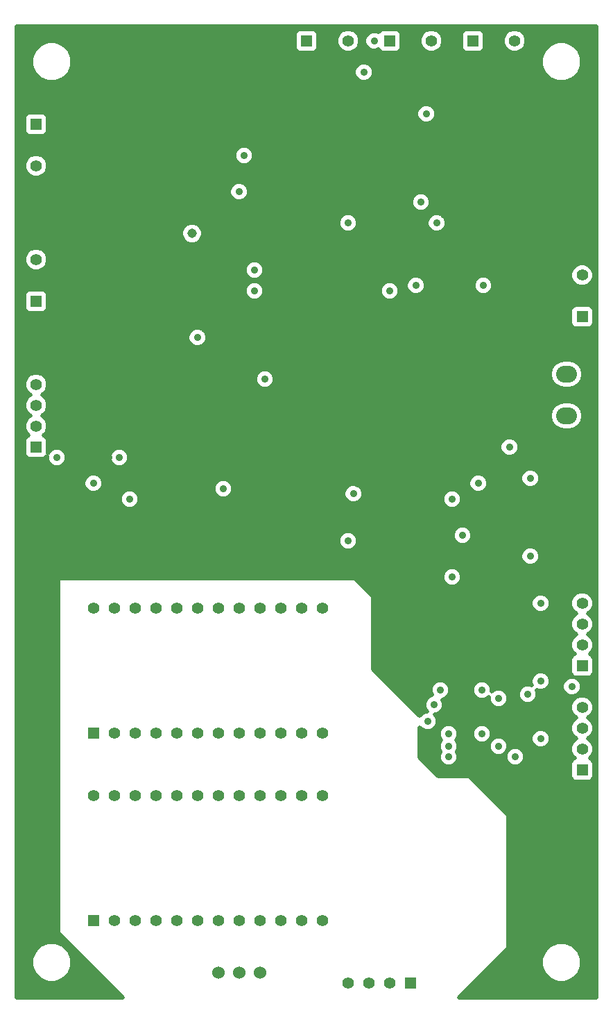
<source format=gbr>
%FSLAX34Y34*%
G04 Gerber Fmt 3.4, Leading zero omitted, Abs format*
G04 (created by PCBNEW (2014-03-19 BZR 4756)-product) date Thu May 22 10:07:56 2014*
%MOIN*%
G01*
G70*
G90*
G04 APERTURE LIST*
%ADD10C,0.005906*%
%ADD11R,0.055000X0.055000*%
%ADD12C,0.055000*%
%ADD13C,0.045000*%
%ADD14C,0.060000*%
%ADD15O,0.100000X0.080000*%
%ADD16C,0.035000*%
%ADD17C,0.019685*%
G04 APERTURE END LIST*
G54D10*
G54D11*
X14250Y-18000D03*
G54D12*
X14250Y-19000D03*
X14250Y-20000D03*
G54D11*
X40500Y-27250D03*
G54D12*
X40500Y-26250D03*
X40500Y-25250D03*
G54D11*
X14250Y-26500D03*
G54D12*
X14250Y-25500D03*
X14250Y-24500D03*
G54D13*
X21750Y-23250D03*
G54D11*
X40500Y-44000D03*
G54D12*
X40500Y-43000D03*
X40500Y-42000D03*
X40500Y-41000D03*
G54D11*
X40500Y-49000D03*
G54D12*
X40500Y-48000D03*
X40500Y-47000D03*
X40500Y-46000D03*
G54D11*
X14250Y-33500D03*
G54D12*
X14250Y-32500D03*
X14250Y-31500D03*
X14250Y-30500D03*
G54D14*
X24000Y-58750D03*
X25000Y-58750D03*
X23000Y-58750D03*
G54D11*
X17000Y-47250D03*
G54D12*
X18000Y-47250D03*
X19000Y-47250D03*
X20000Y-47250D03*
X21000Y-47250D03*
X22000Y-47250D03*
X23000Y-47250D03*
X24000Y-47250D03*
X25000Y-47250D03*
X26000Y-47250D03*
X27000Y-47250D03*
X28000Y-47250D03*
X28000Y-41250D03*
X27000Y-41250D03*
X26000Y-41250D03*
X25000Y-41250D03*
X24000Y-41250D03*
X23000Y-41250D03*
X22000Y-41250D03*
X21000Y-41250D03*
X20000Y-41250D03*
X19000Y-41250D03*
X18000Y-41250D03*
X17000Y-41250D03*
G54D11*
X17000Y-56250D03*
G54D12*
X18000Y-56250D03*
X19000Y-56250D03*
X20000Y-56250D03*
X21000Y-56250D03*
X22000Y-56250D03*
X23000Y-56250D03*
X24000Y-56250D03*
X25000Y-56250D03*
X26000Y-56250D03*
X27000Y-56250D03*
X28000Y-56250D03*
X28000Y-50250D03*
X27000Y-50250D03*
X26000Y-50250D03*
X25000Y-50250D03*
X24000Y-50250D03*
X23000Y-50250D03*
X22000Y-50250D03*
X21000Y-50250D03*
X20000Y-50250D03*
X19000Y-50250D03*
X18000Y-50250D03*
X17000Y-50250D03*
G54D11*
X32250Y-59250D03*
G54D12*
X31250Y-59250D03*
X30250Y-59250D03*
X29250Y-59250D03*
G54D11*
X27250Y-14000D03*
G54D12*
X28250Y-14000D03*
X29250Y-14000D03*
G54D11*
X31250Y-14000D03*
G54D12*
X32250Y-14000D03*
X33250Y-14000D03*
G54D11*
X35250Y-14000D03*
G54D12*
X36250Y-14000D03*
X37250Y-14000D03*
G54D15*
X39750Y-31000D03*
X39750Y-32000D03*
X39750Y-30000D03*
G54D16*
X35750Y-25750D03*
X28500Y-35250D03*
X28500Y-34250D03*
X22500Y-38500D03*
X38500Y-21250D03*
X36000Y-21250D03*
X31250Y-31750D03*
X31250Y-31250D03*
X30750Y-31250D03*
X30750Y-31750D03*
X30750Y-32250D03*
X31250Y-32250D03*
X31250Y-32750D03*
X30750Y-32750D03*
X33750Y-32750D03*
X33250Y-32750D03*
X33250Y-32250D03*
X33750Y-32250D03*
X33750Y-31750D03*
X33250Y-31750D03*
X33250Y-31250D03*
X33750Y-31250D03*
X34250Y-31250D03*
X34750Y-31250D03*
X34750Y-31750D03*
X34750Y-32250D03*
X34750Y-32750D03*
X34750Y-33250D03*
X34750Y-33750D03*
X29750Y-33750D03*
X29750Y-33250D03*
X29750Y-32750D03*
X29750Y-32250D03*
X29750Y-31750D03*
X29750Y-31250D03*
X34250Y-31750D03*
X34250Y-32250D03*
X34250Y-32750D03*
X34250Y-33250D03*
X34250Y-33750D03*
X30250Y-33750D03*
X30250Y-33250D03*
X30250Y-32750D03*
X30250Y-32250D03*
X30250Y-31750D03*
X30250Y-31250D03*
X23000Y-34250D03*
X25500Y-34750D03*
X25000Y-34750D03*
X24500Y-34750D03*
X24000Y-34750D03*
X24000Y-35250D03*
X24500Y-35250D03*
X25000Y-35250D03*
X25500Y-35250D03*
X26000Y-35250D03*
X26000Y-35750D03*
X25000Y-35750D03*
X24500Y-35750D03*
X24000Y-33250D03*
X24500Y-33250D03*
X25000Y-33250D03*
X25500Y-33250D03*
X26000Y-33250D03*
X26000Y-33750D03*
X25500Y-33750D03*
X25000Y-33750D03*
X24500Y-33750D03*
X24000Y-33750D03*
X24000Y-34250D03*
X24500Y-34250D03*
X25000Y-34250D03*
X25500Y-34250D03*
X26000Y-34250D03*
X26000Y-34750D03*
X25500Y-36545D03*
X25500Y-36000D03*
X35500Y-29250D03*
X37000Y-28750D03*
X37000Y-29500D03*
X38250Y-30500D03*
X22000Y-20250D03*
X15500Y-38750D03*
X15500Y-35500D03*
X21000Y-25000D03*
X21000Y-15500D03*
X24500Y-15500D03*
X39000Y-21500D03*
X38750Y-18000D03*
X31250Y-39500D03*
X33500Y-39500D03*
X32000Y-43000D03*
X33750Y-42750D03*
X37250Y-43250D03*
X38000Y-42750D03*
X37000Y-42750D03*
X36250Y-42750D03*
X35500Y-42750D03*
X34750Y-42750D03*
X29750Y-19500D03*
X32250Y-20250D03*
X17250Y-34750D03*
X17250Y-28250D03*
X17750Y-30500D03*
X17750Y-34000D03*
X20250Y-34500D03*
X20000Y-34000D03*
X20500Y-29500D03*
X23000Y-33500D03*
X18000Y-26750D03*
X19500Y-21000D03*
X20250Y-23750D03*
X22750Y-24250D03*
X17000Y-25500D03*
X26500Y-21750D03*
X29750Y-21250D03*
X31000Y-17000D03*
X31000Y-18000D03*
X14500Y-47500D03*
X14000Y-44500D03*
X33750Y-25500D03*
X32750Y-26250D03*
X29250Y-30250D03*
X28250Y-29250D03*
X32000Y-37500D03*
X31250Y-37500D03*
X32500Y-37250D03*
X20000Y-38500D03*
X29250Y-33000D03*
X38500Y-46750D03*
X39250Y-44500D03*
X39000Y-35250D03*
X39000Y-38750D03*
X38500Y-41000D03*
X40000Y-45000D03*
X32750Y-21750D03*
X33000Y-17500D03*
X23250Y-35500D03*
X22000Y-28250D03*
X38000Y-38750D03*
X38000Y-35000D03*
X37000Y-33500D03*
X25250Y-30250D03*
X35500Y-35250D03*
X34250Y-39750D03*
X15250Y-34000D03*
X17000Y-35250D03*
X29250Y-22750D03*
X33500Y-22750D03*
X38500Y-47500D03*
X38500Y-44750D03*
X37275Y-48375D03*
X34075Y-48375D03*
X37875Y-45375D03*
X33075Y-46675D03*
X36475Y-47875D03*
X34075Y-47875D03*
X36475Y-45575D03*
X33375Y-45875D03*
X35675Y-47275D03*
X34075Y-47275D03*
X35675Y-45175D03*
X33675Y-45175D03*
X34750Y-37750D03*
X30500Y-14000D03*
X18750Y-36000D03*
X31250Y-26000D03*
X32500Y-25750D03*
X24750Y-26000D03*
X24750Y-25000D03*
X24250Y-19500D03*
X29250Y-38000D03*
X30000Y-15500D03*
X34250Y-36000D03*
X18250Y-34000D03*
X24000Y-21250D03*
X29500Y-35750D03*
G54D10*
G36*
X41185Y-59935D02*
X41070Y-59935D01*
X41070Y-47887D01*
X40983Y-47677D01*
X40823Y-47516D01*
X40783Y-47500D01*
X40822Y-47483D01*
X40983Y-47323D01*
X41070Y-47113D01*
X41070Y-46887D01*
X40983Y-46677D01*
X40823Y-46516D01*
X40783Y-46500D01*
X40822Y-46483D01*
X40983Y-46323D01*
X41070Y-46113D01*
X41070Y-45887D01*
X41070Y-42887D01*
X40983Y-42677D01*
X40823Y-42516D01*
X40783Y-42500D01*
X40822Y-42483D01*
X40983Y-42323D01*
X41070Y-42113D01*
X41070Y-41887D01*
X40983Y-41677D01*
X40823Y-41516D01*
X40783Y-41500D01*
X40822Y-41483D01*
X40983Y-41323D01*
X41070Y-41113D01*
X41070Y-40887D01*
X41070Y-25137D01*
X40983Y-24927D01*
X40823Y-24766D01*
X40613Y-24679D01*
X40484Y-24679D01*
X40484Y-14805D01*
X40334Y-14443D01*
X40058Y-14166D01*
X39696Y-14015D01*
X39305Y-14015D01*
X38943Y-14165D01*
X38666Y-14441D01*
X38515Y-14803D01*
X38515Y-15194D01*
X38665Y-15556D01*
X38941Y-15833D01*
X39303Y-15984D01*
X39694Y-15984D01*
X40056Y-15834D01*
X40333Y-15558D01*
X40484Y-15196D01*
X40484Y-14805D01*
X40484Y-24679D01*
X40387Y-24679D01*
X40177Y-24766D01*
X40016Y-24926D01*
X39929Y-25136D01*
X39929Y-25362D01*
X40016Y-25572D01*
X40176Y-25733D01*
X40386Y-25820D01*
X40612Y-25820D01*
X40822Y-25733D01*
X40983Y-25573D01*
X41070Y-25363D01*
X41070Y-25137D01*
X41070Y-40887D01*
X41070Y-40886D01*
X41070Y-27583D01*
X41070Y-27466D01*
X41070Y-26916D01*
X41025Y-26807D01*
X40942Y-26724D01*
X40833Y-26679D01*
X40716Y-26679D01*
X40166Y-26679D01*
X40057Y-26724D01*
X39974Y-26807D01*
X39929Y-26916D01*
X39929Y-27033D01*
X39929Y-27583D01*
X39974Y-27692D01*
X40057Y-27775D01*
X40166Y-27820D01*
X40283Y-27820D01*
X40833Y-27820D01*
X40942Y-27775D01*
X41025Y-27692D01*
X41070Y-27583D01*
X41070Y-40886D01*
X40983Y-40677D01*
X40823Y-40516D01*
X40613Y-40429D01*
X40560Y-40429D01*
X40560Y-32000D01*
X40560Y-30000D01*
X40507Y-29733D01*
X40357Y-29508D01*
X40131Y-29357D01*
X39865Y-29304D01*
X39634Y-29304D01*
X39368Y-29357D01*
X39142Y-29508D01*
X38992Y-29733D01*
X38939Y-30000D01*
X38992Y-30266D01*
X39142Y-30491D01*
X39368Y-30642D01*
X39634Y-30695D01*
X39865Y-30695D01*
X40131Y-30642D01*
X40357Y-30491D01*
X40507Y-30266D01*
X40560Y-30000D01*
X40560Y-32000D01*
X40507Y-31733D01*
X40357Y-31508D01*
X40131Y-31357D01*
X39865Y-31304D01*
X39634Y-31304D01*
X39368Y-31357D01*
X39142Y-31508D01*
X38992Y-31733D01*
X38939Y-32000D01*
X38992Y-32266D01*
X39142Y-32491D01*
X39368Y-32642D01*
X39634Y-32695D01*
X39865Y-32695D01*
X40131Y-32642D01*
X40357Y-32491D01*
X40507Y-32266D01*
X40560Y-32000D01*
X40560Y-40429D01*
X40387Y-40429D01*
X40177Y-40516D01*
X40016Y-40676D01*
X39929Y-40886D01*
X39929Y-41112D01*
X40016Y-41322D01*
X40176Y-41483D01*
X40216Y-41499D01*
X40177Y-41516D01*
X40016Y-41676D01*
X39929Y-41886D01*
X39929Y-42112D01*
X40016Y-42322D01*
X40176Y-42483D01*
X40216Y-42499D01*
X40177Y-42516D01*
X40016Y-42676D01*
X39929Y-42886D01*
X39929Y-43112D01*
X40016Y-43322D01*
X40135Y-43442D01*
X40057Y-43474D01*
X39974Y-43557D01*
X39929Y-43666D01*
X39929Y-43783D01*
X39929Y-44333D01*
X39974Y-44442D01*
X40057Y-44525D01*
X40068Y-44529D01*
X39906Y-44529D01*
X39733Y-44601D01*
X39601Y-44733D01*
X39529Y-44906D01*
X39529Y-45093D01*
X39601Y-45266D01*
X39733Y-45398D01*
X39906Y-45470D01*
X40093Y-45470D01*
X40266Y-45398D01*
X40398Y-45266D01*
X40470Y-45093D01*
X40470Y-44906D01*
X40398Y-44733D01*
X40266Y-44601D01*
X40191Y-44570D01*
X40283Y-44570D01*
X40833Y-44570D01*
X40942Y-44525D01*
X41025Y-44442D01*
X41070Y-44333D01*
X41070Y-44216D01*
X41070Y-43666D01*
X41025Y-43557D01*
X40942Y-43474D01*
X40864Y-43442D01*
X40983Y-43323D01*
X41070Y-43113D01*
X41070Y-42887D01*
X41070Y-45887D01*
X40983Y-45677D01*
X40823Y-45516D01*
X40613Y-45429D01*
X40387Y-45429D01*
X40177Y-45516D01*
X40016Y-45676D01*
X39929Y-45886D01*
X39929Y-46112D01*
X40016Y-46322D01*
X40176Y-46483D01*
X40216Y-46499D01*
X40177Y-46516D01*
X40016Y-46676D01*
X39929Y-46886D01*
X39929Y-47112D01*
X40016Y-47322D01*
X40176Y-47483D01*
X40216Y-47499D01*
X40177Y-47516D01*
X40016Y-47676D01*
X39929Y-47886D01*
X39929Y-48112D01*
X40016Y-48322D01*
X40135Y-48442D01*
X40057Y-48474D01*
X39974Y-48557D01*
X39929Y-48666D01*
X39929Y-48783D01*
X39929Y-49333D01*
X39974Y-49442D01*
X40057Y-49525D01*
X40166Y-49570D01*
X40283Y-49570D01*
X40833Y-49570D01*
X40942Y-49525D01*
X41025Y-49442D01*
X41070Y-49333D01*
X41070Y-49216D01*
X41070Y-48666D01*
X41025Y-48557D01*
X40942Y-48474D01*
X40864Y-48442D01*
X40983Y-48323D01*
X41070Y-48113D01*
X41070Y-47887D01*
X41070Y-59935D01*
X40484Y-59935D01*
X40484Y-58055D01*
X40334Y-57693D01*
X40058Y-57416D01*
X39696Y-57265D01*
X39305Y-57265D01*
X38970Y-57403D01*
X38970Y-47406D01*
X38970Y-44656D01*
X38970Y-40906D01*
X38898Y-40733D01*
X38766Y-40601D01*
X38593Y-40529D01*
X38470Y-40529D01*
X38470Y-38656D01*
X38470Y-34906D01*
X38398Y-34733D01*
X38266Y-34601D01*
X38093Y-34529D01*
X37906Y-34529D01*
X37820Y-34565D01*
X37820Y-13887D01*
X37733Y-13677D01*
X37573Y-13516D01*
X37363Y-13429D01*
X37137Y-13429D01*
X36927Y-13516D01*
X36766Y-13676D01*
X36679Y-13886D01*
X36679Y-14112D01*
X36766Y-14322D01*
X36926Y-14483D01*
X37136Y-14570D01*
X37362Y-14570D01*
X37572Y-14483D01*
X37733Y-14323D01*
X37820Y-14113D01*
X37820Y-13887D01*
X37820Y-34565D01*
X37733Y-34601D01*
X37601Y-34733D01*
X37529Y-34906D01*
X37529Y-35093D01*
X37601Y-35266D01*
X37733Y-35398D01*
X37906Y-35470D01*
X38093Y-35470D01*
X38266Y-35398D01*
X38398Y-35266D01*
X38470Y-35093D01*
X38470Y-34906D01*
X38470Y-38656D01*
X38398Y-38483D01*
X38266Y-38351D01*
X38093Y-38279D01*
X37906Y-38279D01*
X37733Y-38351D01*
X37601Y-38483D01*
X37529Y-38656D01*
X37529Y-38843D01*
X37601Y-39016D01*
X37733Y-39148D01*
X37906Y-39220D01*
X38093Y-39220D01*
X38266Y-39148D01*
X38398Y-39016D01*
X38470Y-38843D01*
X38470Y-38656D01*
X38470Y-40529D01*
X38406Y-40529D01*
X38233Y-40601D01*
X38101Y-40733D01*
X38029Y-40906D01*
X38029Y-41093D01*
X38101Y-41266D01*
X38233Y-41398D01*
X38406Y-41470D01*
X38593Y-41470D01*
X38766Y-41398D01*
X38898Y-41266D01*
X38970Y-41093D01*
X38970Y-40906D01*
X38970Y-44656D01*
X38898Y-44483D01*
X38766Y-44351D01*
X38593Y-44279D01*
X38406Y-44279D01*
X38233Y-44351D01*
X38101Y-44483D01*
X38029Y-44656D01*
X38029Y-44843D01*
X38072Y-44947D01*
X37968Y-44904D01*
X37781Y-44904D01*
X37608Y-44976D01*
X37476Y-45108D01*
X37470Y-45123D01*
X37470Y-33406D01*
X37398Y-33233D01*
X37266Y-33101D01*
X37093Y-33029D01*
X36906Y-33029D01*
X36733Y-33101D01*
X36601Y-33233D01*
X36529Y-33406D01*
X36529Y-33593D01*
X36601Y-33766D01*
X36733Y-33898D01*
X36906Y-33970D01*
X37093Y-33970D01*
X37266Y-33898D01*
X37398Y-33766D01*
X37470Y-33593D01*
X37470Y-33406D01*
X37470Y-45123D01*
X37404Y-45281D01*
X37404Y-45468D01*
X37476Y-45641D01*
X37608Y-45773D01*
X37781Y-45845D01*
X37968Y-45845D01*
X38141Y-45773D01*
X38273Y-45641D01*
X38345Y-45468D01*
X38345Y-45281D01*
X38302Y-45177D01*
X38406Y-45220D01*
X38593Y-45220D01*
X38766Y-45148D01*
X38898Y-45016D01*
X38970Y-44843D01*
X38970Y-44656D01*
X38970Y-47406D01*
X38898Y-47233D01*
X38766Y-47101D01*
X38593Y-47029D01*
X38406Y-47029D01*
X38233Y-47101D01*
X38101Y-47233D01*
X38029Y-47406D01*
X38029Y-47593D01*
X38101Y-47766D01*
X38233Y-47898D01*
X38406Y-47970D01*
X38593Y-47970D01*
X38766Y-47898D01*
X38898Y-47766D01*
X38970Y-47593D01*
X38970Y-47406D01*
X38970Y-57403D01*
X38943Y-57415D01*
X38666Y-57691D01*
X38515Y-58053D01*
X38515Y-58444D01*
X38665Y-58806D01*
X38941Y-59083D01*
X39303Y-59234D01*
X39694Y-59234D01*
X40056Y-59084D01*
X40333Y-58808D01*
X40484Y-58446D01*
X40484Y-58055D01*
X40484Y-59935D01*
X37745Y-59935D01*
X37745Y-48281D01*
X37673Y-48108D01*
X37541Y-47976D01*
X37368Y-47904D01*
X37181Y-47904D01*
X37008Y-47976D01*
X36894Y-48089D01*
X36945Y-47968D01*
X36945Y-47781D01*
X36945Y-45481D01*
X36873Y-45308D01*
X36741Y-45176D01*
X36568Y-45104D01*
X36381Y-45104D01*
X36220Y-45171D01*
X36220Y-25656D01*
X36148Y-25483D01*
X36016Y-25351D01*
X35843Y-25279D01*
X35820Y-25279D01*
X35820Y-14333D01*
X35820Y-14216D01*
X35820Y-13666D01*
X35775Y-13557D01*
X35692Y-13474D01*
X35583Y-13429D01*
X35466Y-13429D01*
X34916Y-13429D01*
X34807Y-13474D01*
X34724Y-13557D01*
X34679Y-13666D01*
X34679Y-13783D01*
X34679Y-14333D01*
X34724Y-14442D01*
X34807Y-14525D01*
X34916Y-14570D01*
X35033Y-14570D01*
X35583Y-14570D01*
X35692Y-14525D01*
X35775Y-14442D01*
X35820Y-14333D01*
X35820Y-25279D01*
X35656Y-25279D01*
X35483Y-25351D01*
X35351Y-25483D01*
X35279Y-25656D01*
X35279Y-25843D01*
X35351Y-26016D01*
X35483Y-26148D01*
X35656Y-26220D01*
X35843Y-26220D01*
X36016Y-26148D01*
X36148Y-26016D01*
X36220Y-25843D01*
X36220Y-25656D01*
X36220Y-45171D01*
X36208Y-45176D01*
X36145Y-45239D01*
X36145Y-45081D01*
X36073Y-44908D01*
X35970Y-44805D01*
X35970Y-35156D01*
X35898Y-34983D01*
X35766Y-34851D01*
X35593Y-34779D01*
X35406Y-34779D01*
X35233Y-34851D01*
X35101Y-34983D01*
X35029Y-35156D01*
X35029Y-35343D01*
X35101Y-35516D01*
X35233Y-35648D01*
X35406Y-35720D01*
X35593Y-35720D01*
X35766Y-35648D01*
X35898Y-35516D01*
X35970Y-35343D01*
X35970Y-35156D01*
X35970Y-44805D01*
X35941Y-44776D01*
X35768Y-44704D01*
X35581Y-44704D01*
X35408Y-44776D01*
X35276Y-44908D01*
X35220Y-45043D01*
X35220Y-37656D01*
X35148Y-37483D01*
X35016Y-37351D01*
X34843Y-37279D01*
X34720Y-37279D01*
X34720Y-35906D01*
X34648Y-35733D01*
X34516Y-35601D01*
X34343Y-35529D01*
X34156Y-35529D01*
X33983Y-35601D01*
X33970Y-35614D01*
X33970Y-22656D01*
X33898Y-22483D01*
X33820Y-22405D01*
X33820Y-13887D01*
X33733Y-13677D01*
X33573Y-13516D01*
X33363Y-13429D01*
X33137Y-13429D01*
X32927Y-13516D01*
X32766Y-13676D01*
X32679Y-13886D01*
X32679Y-14112D01*
X32766Y-14322D01*
X32926Y-14483D01*
X33136Y-14570D01*
X33362Y-14570D01*
X33572Y-14483D01*
X33733Y-14323D01*
X33820Y-14113D01*
X33820Y-13887D01*
X33820Y-22405D01*
X33766Y-22351D01*
X33593Y-22279D01*
X33470Y-22279D01*
X33470Y-17406D01*
X33398Y-17233D01*
X33266Y-17101D01*
X33093Y-17029D01*
X32906Y-17029D01*
X32733Y-17101D01*
X32601Y-17233D01*
X32529Y-17406D01*
X32529Y-17593D01*
X32601Y-17766D01*
X32733Y-17898D01*
X32906Y-17970D01*
X33093Y-17970D01*
X33266Y-17898D01*
X33398Y-17766D01*
X33470Y-17593D01*
X33470Y-17406D01*
X33470Y-22279D01*
X33406Y-22279D01*
X33233Y-22351D01*
X33220Y-22364D01*
X33220Y-21656D01*
X33148Y-21483D01*
X33016Y-21351D01*
X32843Y-21279D01*
X32656Y-21279D01*
X32483Y-21351D01*
X32351Y-21483D01*
X32279Y-21656D01*
X32279Y-21843D01*
X32351Y-22016D01*
X32483Y-22148D01*
X32656Y-22220D01*
X32843Y-22220D01*
X33016Y-22148D01*
X33148Y-22016D01*
X33220Y-21843D01*
X33220Y-21656D01*
X33220Y-22364D01*
X33101Y-22483D01*
X33029Y-22656D01*
X33029Y-22843D01*
X33101Y-23016D01*
X33233Y-23148D01*
X33406Y-23220D01*
X33593Y-23220D01*
X33766Y-23148D01*
X33898Y-23016D01*
X33970Y-22843D01*
X33970Y-22656D01*
X33970Y-35614D01*
X33851Y-35733D01*
X33779Y-35906D01*
X33779Y-36093D01*
X33851Y-36266D01*
X33983Y-36398D01*
X34156Y-36470D01*
X34343Y-36470D01*
X34516Y-36398D01*
X34648Y-36266D01*
X34720Y-36093D01*
X34720Y-35906D01*
X34720Y-37279D01*
X34656Y-37279D01*
X34483Y-37351D01*
X34351Y-37483D01*
X34279Y-37656D01*
X34279Y-37843D01*
X34351Y-38016D01*
X34483Y-38148D01*
X34656Y-38220D01*
X34843Y-38220D01*
X35016Y-38148D01*
X35148Y-38016D01*
X35220Y-37843D01*
X35220Y-37656D01*
X35220Y-45043D01*
X35204Y-45081D01*
X35204Y-45268D01*
X35276Y-45441D01*
X35408Y-45573D01*
X35581Y-45645D01*
X35768Y-45645D01*
X35941Y-45573D01*
X36004Y-45510D01*
X36004Y-45668D01*
X36076Y-45841D01*
X36208Y-45973D01*
X36381Y-46045D01*
X36568Y-46045D01*
X36741Y-45973D01*
X36873Y-45841D01*
X36945Y-45668D01*
X36945Y-45481D01*
X36945Y-47781D01*
X36873Y-47608D01*
X36741Y-47476D01*
X36568Y-47404D01*
X36381Y-47404D01*
X36208Y-47476D01*
X36145Y-47539D01*
X36145Y-47181D01*
X36073Y-47008D01*
X35941Y-46876D01*
X35768Y-46804D01*
X35581Y-46804D01*
X35408Y-46876D01*
X35276Y-47008D01*
X35204Y-47181D01*
X35204Y-47368D01*
X35276Y-47541D01*
X35408Y-47673D01*
X35581Y-47745D01*
X35768Y-47745D01*
X35941Y-47673D01*
X36073Y-47541D01*
X36145Y-47368D01*
X36145Y-47181D01*
X36145Y-47539D01*
X36076Y-47608D01*
X36004Y-47781D01*
X36004Y-47968D01*
X36076Y-48141D01*
X36208Y-48273D01*
X36381Y-48345D01*
X36568Y-48345D01*
X36741Y-48273D01*
X36855Y-48160D01*
X36804Y-48281D01*
X36804Y-48468D01*
X36876Y-48641D01*
X37008Y-48773D01*
X37181Y-48845D01*
X37368Y-48845D01*
X37541Y-48773D01*
X37673Y-48641D01*
X37745Y-48468D01*
X37745Y-48281D01*
X37745Y-59935D01*
X34593Y-59935D01*
X36946Y-57581D01*
X36946Y-51168D01*
X35081Y-49303D01*
X34720Y-49303D01*
X34720Y-39656D01*
X34648Y-39483D01*
X34516Y-39351D01*
X34343Y-39279D01*
X34156Y-39279D01*
X33983Y-39351D01*
X33851Y-39483D01*
X33779Y-39656D01*
X33779Y-39843D01*
X33851Y-40016D01*
X33983Y-40148D01*
X34156Y-40220D01*
X34343Y-40220D01*
X34516Y-40148D01*
X34648Y-40016D01*
X34720Y-39843D01*
X34720Y-39656D01*
X34720Y-49303D01*
X34545Y-49303D01*
X34545Y-48281D01*
X34480Y-48124D01*
X34545Y-47968D01*
X34545Y-47781D01*
X34473Y-47608D01*
X34440Y-47575D01*
X34473Y-47541D01*
X34545Y-47368D01*
X34545Y-47181D01*
X34473Y-47008D01*
X34341Y-46876D01*
X34168Y-46804D01*
X33981Y-46804D01*
X33808Y-46876D01*
X33676Y-47008D01*
X33604Y-47181D01*
X33604Y-47368D01*
X33676Y-47541D01*
X33709Y-47574D01*
X33676Y-47608D01*
X33604Y-47781D01*
X33604Y-47968D01*
X33669Y-48125D01*
X33604Y-48281D01*
X33604Y-48468D01*
X33676Y-48641D01*
X33808Y-48773D01*
X33981Y-48845D01*
X34168Y-48845D01*
X34341Y-48773D01*
X34473Y-48641D01*
X34545Y-48468D01*
X34545Y-48281D01*
X34545Y-49303D01*
X33581Y-49303D01*
X32696Y-48418D01*
X32696Y-46961D01*
X32808Y-47073D01*
X32981Y-47145D01*
X33168Y-47145D01*
X33341Y-47073D01*
X33473Y-46941D01*
X33545Y-46768D01*
X33545Y-46581D01*
X33473Y-46408D01*
X33410Y-46345D01*
X33468Y-46345D01*
X33641Y-46273D01*
X33773Y-46141D01*
X33845Y-45968D01*
X33845Y-45781D01*
X33785Y-45638D01*
X33941Y-45573D01*
X34073Y-45441D01*
X34145Y-45268D01*
X34145Y-45081D01*
X34073Y-44908D01*
X33941Y-44776D01*
X33768Y-44704D01*
X33581Y-44704D01*
X33408Y-44776D01*
X33276Y-44908D01*
X33204Y-45081D01*
X33204Y-45268D01*
X33264Y-45411D01*
X33108Y-45476D01*
X32976Y-45608D01*
X32970Y-45623D01*
X32970Y-25656D01*
X32898Y-25483D01*
X32766Y-25351D01*
X32593Y-25279D01*
X32406Y-25279D01*
X32233Y-25351D01*
X32101Y-25483D01*
X32029Y-25656D01*
X32029Y-25843D01*
X32101Y-26016D01*
X32233Y-26148D01*
X32406Y-26220D01*
X32593Y-26220D01*
X32766Y-26148D01*
X32898Y-26016D01*
X32970Y-25843D01*
X32970Y-25656D01*
X32970Y-45623D01*
X32904Y-45781D01*
X32904Y-45968D01*
X32976Y-46141D01*
X33039Y-46204D01*
X32981Y-46204D01*
X32808Y-46276D01*
X32681Y-46403D01*
X31820Y-45541D01*
X31820Y-14333D01*
X31820Y-14216D01*
X31820Y-13666D01*
X31775Y-13557D01*
X31692Y-13474D01*
X31583Y-13429D01*
X31466Y-13429D01*
X30916Y-13429D01*
X30807Y-13474D01*
X30724Y-13557D01*
X30715Y-13580D01*
X30593Y-13529D01*
X30406Y-13529D01*
X30233Y-13601D01*
X30101Y-13733D01*
X30029Y-13906D01*
X30029Y-14093D01*
X30101Y-14266D01*
X30233Y-14398D01*
X30406Y-14470D01*
X30593Y-14470D01*
X30715Y-14419D01*
X30724Y-14442D01*
X30807Y-14525D01*
X30916Y-14570D01*
X31033Y-14570D01*
X31583Y-14570D01*
X31692Y-14525D01*
X31775Y-14442D01*
X31820Y-14333D01*
X31820Y-45541D01*
X31720Y-45441D01*
X31720Y-25906D01*
X31648Y-25733D01*
X31516Y-25601D01*
X31343Y-25529D01*
X31156Y-25529D01*
X30983Y-25601D01*
X30851Y-25733D01*
X30779Y-25906D01*
X30779Y-26093D01*
X30851Y-26266D01*
X30983Y-26398D01*
X31156Y-26470D01*
X31343Y-26470D01*
X31516Y-26398D01*
X31648Y-26266D01*
X31720Y-26093D01*
X31720Y-25906D01*
X31720Y-45441D01*
X30470Y-44191D01*
X30470Y-15406D01*
X30398Y-15233D01*
X30266Y-15101D01*
X30093Y-15029D01*
X29906Y-15029D01*
X29820Y-15065D01*
X29820Y-13887D01*
X29733Y-13677D01*
X29573Y-13516D01*
X29363Y-13429D01*
X29137Y-13429D01*
X28927Y-13516D01*
X28766Y-13676D01*
X28679Y-13886D01*
X28679Y-14112D01*
X28766Y-14322D01*
X28926Y-14483D01*
X29136Y-14570D01*
X29362Y-14570D01*
X29572Y-14483D01*
X29733Y-14323D01*
X29820Y-14113D01*
X29820Y-13887D01*
X29820Y-15065D01*
X29733Y-15101D01*
X29601Y-15233D01*
X29529Y-15406D01*
X29529Y-15593D01*
X29601Y-15766D01*
X29733Y-15898D01*
X29906Y-15970D01*
X30093Y-15970D01*
X30266Y-15898D01*
X30398Y-15766D01*
X30470Y-15593D01*
X30470Y-15406D01*
X30470Y-44191D01*
X30446Y-44168D01*
X30446Y-40668D01*
X29970Y-40191D01*
X29970Y-35656D01*
X29898Y-35483D01*
X29766Y-35351D01*
X29720Y-35332D01*
X29720Y-22656D01*
X29648Y-22483D01*
X29516Y-22351D01*
X29343Y-22279D01*
X29156Y-22279D01*
X28983Y-22351D01*
X28851Y-22483D01*
X28779Y-22656D01*
X28779Y-22843D01*
X28851Y-23016D01*
X28983Y-23148D01*
X29156Y-23220D01*
X29343Y-23220D01*
X29516Y-23148D01*
X29648Y-23016D01*
X29720Y-22843D01*
X29720Y-22656D01*
X29720Y-35332D01*
X29593Y-35279D01*
X29406Y-35279D01*
X29233Y-35351D01*
X29101Y-35483D01*
X29029Y-35656D01*
X29029Y-35843D01*
X29101Y-36016D01*
X29233Y-36148D01*
X29406Y-36220D01*
X29593Y-36220D01*
X29766Y-36148D01*
X29898Y-36016D01*
X29970Y-35843D01*
X29970Y-35656D01*
X29970Y-40191D01*
X29720Y-39941D01*
X29720Y-37906D01*
X29648Y-37733D01*
X29516Y-37601D01*
X29343Y-37529D01*
X29156Y-37529D01*
X28983Y-37601D01*
X28851Y-37733D01*
X28779Y-37906D01*
X28779Y-38093D01*
X28851Y-38266D01*
X28983Y-38398D01*
X29156Y-38470D01*
X29343Y-38470D01*
X29516Y-38398D01*
X29648Y-38266D01*
X29720Y-38093D01*
X29720Y-37906D01*
X29720Y-39941D01*
X29581Y-39803D01*
X27820Y-39803D01*
X27820Y-14333D01*
X27820Y-14216D01*
X27820Y-13666D01*
X27775Y-13557D01*
X27692Y-13474D01*
X27583Y-13429D01*
X27466Y-13429D01*
X26916Y-13429D01*
X26807Y-13474D01*
X26724Y-13557D01*
X26679Y-13666D01*
X26679Y-13783D01*
X26679Y-14333D01*
X26724Y-14442D01*
X26807Y-14525D01*
X26916Y-14570D01*
X27033Y-14570D01*
X27583Y-14570D01*
X27692Y-14525D01*
X27775Y-14442D01*
X27820Y-14333D01*
X27820Y-39803D01*
X25720Y-39803D01*
X25720Y-30156D01*
X25648Y-29983D01*
X25516Y-29851D01*
X25343Y-29779D01*
X25220Y-29779D01*
X25220Y-25906D01*
X25220Y-24906D01*
X25148Y-24733D01*
X25016Y-24601D01*
X24843Y-24529D01*
X24720Y-24529D01*
X24720Y-19406D01*
X24648Y-19233D01*
X24516Y-19101D01*
X24343Y-19029D01*
X24156Y-19029D01*
X23983Y-19101D01*
X23851Y-19233D01*
X23779Y-19406D01*
X23779Y-19593D01*
X23851Y-19766D01*
X23983Y-19898D01*
X24156Y-19970D01*
X24343Y-19970D01*
X24516Y-19898D01*
X24648Y-19766D01*
X24720Y-19593D01*
X24720Y-19406D01*
X24720Y-24529D01*
X24656Y-24529D01*
X24483Y-24601D01*
X24470Y-24614D01*
X24470Y-21156D01*
X24398Y-20983D01*
X24266Y-20851D01*
X24093Y-20779D01*
X23906Y-20779D01*
X23733Y-20851D01*
X23601Y-20983D01*
X23529Y-21156D01*
X23529Y-21343D01*
X23601Y-21516D01*
X23733Y-21648D01*
X23906Y-21720D01*
X24093Y-21720D01*
X24266Y-21648D01*
X24398Y-21516D01*
X24470Y-21343D01*
X24470Y-21156D01*
X24470Y-24614D01*
X24351Y-24733D01*
X24279Y-24906D01*
X24279Y-25093D01*
X24351Y-25266D01*
X24483Y-25398D01*
X24656Y-25470D01*
X24843Y-25470D01*
X25016Y-25398D01*
X25148Y-25266D01*
X25220Y-25093D01*
X25220Y-24906D01*
X25220Y-25906D01*
X25148Y-25733D01*
X25016Y-25601D01*
X24843Y-25529D01*
X24656Y-25529D01*
X24483Y-25601D01*
X24351Y-25733D01*
X24279Y-25906D01*
X24279Y-26093D01*
X24351Y-26266D01*
X24483Y-26398D01*
X24656Y-26470D01*
X24843Y-26470D01*
X25016Y-26398D01*
X25148Y-26266D01*
X25220Y-26093D01*
X25220Y-25906D01*
X25220Y-29779D01*
X25156Y-29779D01*
X24983Y-29851D01*
X24851Y-29983D01*
X24779Y-30156D01*
X24779Y-30343D01*
X24851Y-30516D01*
X24983Y-30648D01*
X25156Y-30720D01*
X25343Y-30720D01*
X25516Y-30648D01*
X25648Y-30516D01*
X25720Y-30343D01*
X25720Y-30156D01*
X25720Y-39803D01*
X23720Y-39803D01*
X23720Y-35406D01*
X23648Y-35233D01*
X23516Y-35101D01*
X23343Y-35029D01*
X23156Y-35029D01*
X22983Y-35101D01*
X22851Y-35233D01*
X22779Y-35406D01*
X22779Y-35593D01*
X22851Y-35766D01*
X22983Y-35898D01*
X23156Y-35970D01*
X23343Y-35970D01*
X23516Y-35898D01*
X23648Y-35766D01*
X23720Y-35593D01*
X23720Y-35406D01*
X23720Y-39803D01*
X22470Y-39803D01*
X22470Y-28156D01*
X22398Y-27983D01*
X22270Y-27855D01*
X22270Y-23146D01*
X22191Y-22955D01*
X22045Y-22809D01*
X21853Y-22729D01*
X21646Y-22729D01*
X21455Y-22808D01*
X21309Y-22954D01*
X21229Y-23146D01*
X21229Y-23353D01*
X21308Y-23544D01*
X21454Y-23690D01*
X21646Y-23770D01*
X21853Y-23770D01*
X22044Y-23691D01*
X22190Y-23545D01*
X22270Y-23353D01*
X22270Y-23146D01*
X22270Y-27855D01*
X22266Y-27851D01*
X22093Y-27779D01*
X21906Y-27779D01*
X21733Y-27851D01*
X21601Y-27983D01*
X21529Y-28156D01*
X21529Y-28343D01*
X21601Y-28516D01*
X21733Y-28648D01*
X21906Y-28720D01*
X22093Y-28720D01*
X22266Y-28648D01*
X22398Y-28516D01*
X22470Y-28343D01*
X22470Y-28156D01*
X22470Y-39803D01*
X19220Y-39803D01*
X19220Y-35906D01*
X19148Y-35733D01*
X19016Y-35601D01*
X18843Y-35529D01*
X18720Y-35529D01*
X18720Y-33906D01*
X18648Y-33733D01*
X18516Y-33601D01*
X18343Y-33529D01*
X18156Y-33529D01*
X17983Y-33601D01*
X17851Y-33733D01*
X17779Y-33906D01*
X17779Y-34093D01*
X17851Y-34266D01*
X17983Y-34398D01*
X18156Y-34470D01*
X18343Y-34470D01*
X18516Y-34398D01*
X18648Y-34266D01*
X18720Y-34093D01*
X18720Y-33906D01*
X18720Y-35529D01*
X18656Y-35529D01*
X18483Y-35601D01*
X18351Y-35733D01*
X18279Y-35906D01*
X18279Y-36093D01*
X18351Y-36266D01*
X18483Y-36398D01*
X18656Y-36470D01*
X18843Y-36470D01*
X19016Y-36398D01*
X19148Y-36266D01*
X19220Y-36093D01*
X19220Y-35906D01*
X19220Y-39803D01*
X17470Y-39803D01*
X17470Y-35156D01*
X17398Y-34983D01*
X17266Y-34851D01*
X17093Y-34779D01*
X16906Y-34779D01*
X16733Y-34851D01*
X16601Y-34983D01*
X16529Y-35156D01*
X16529Y-35343D01*
X16601Y-35516D01*
X16733Y-35648D01*
X16906Y-35720D01*
X17093Y-35720D01*
X17266Y-35648D01*
X17398Y-35516D01*
X17470Y-35343D01*
X17470Y-35156D01*
X17470Y-39803D01*
X16250Y-39803D01*
X15984Y-39803D01*
X15984Y-14805D01*
X15834Y-14443D01*
X15558Y-14166D01*
X15196Y-14015D01*
X14805Y-14015D01*
X14443Y-14165D01*
X14166Y-14441D01*
X14015Y-14803D01*
X14015Y-15194D01*
X14165Y-15556D01*
X14441Y-15833D01*
X14803Y-15984D01*
X15194Y-15984D01*
X15556Y-15834D01*
X15833Y-15558D01*
X15984Y-15196D01*
X15984Y-14805D01*
X15984Y-39803D01*
X15720Y-39803D01*
X15720Y-33906D01*
X15648Y-33733D01*
X15516Y-33601D01*
X15343Y-33529D01*
X15156Y-33529D01*
X14983Y-33601D01*
X14851Y-33733D01*
X14820Y-33808D01*
X14820Y-33716D01*
X14820Y-33166D01*
X14775Y-33057D01*
X14692Y-32974D01*
X14614Y-32942D01*
X14733Y-32823D01*
X14820Y-32613D01*
X14820Y-32387D01*
X14733Y-32177D01*
X14573Y-32016D01*
X14533Y-32000D01*
X14572Y-31983D01*
X14733Y-31823D01*
X14820Y-31613D01*
X14820Y-31387D01*
X14733Y-31177D01*
X14573Y-31016D01*
X14533Y-31000D01*
X14572Y-30983D01*
X14733Y-30823D01*
X14820Y-30613D01*
X14820Y-30387D01*
X14820Y-24387D01*
X14820Y-19887D01*
X14820Y-19886D01*
X14820Y-18333D01*
X14820Y-18216D01*
X14820Y-17666D01*
X14775Y-17557D01*
X14692Y-17474D01*
X14583Y-17429D01*
X14466Y-17429D01*
X13916Y-17429D01*
X13807Y-17474D01*
X13724Y-17557D01*
X13679Y-17666D01*
X13679Y-17783D01*
X13679Y-18333D01*
X13724Y-18442D01*
X13807Y-18525D01*
X13916Y-18570D01*
X14033Y-18570D01*
X14583Y-18570D01*
X14692Y-18525D01*
X14775Y-18442D01*
X14820Y-18333D01*
X14820Y-19886D01*
X14733Y-19677D01*
X14573Y-19516D01*
X14363Y-19429D01*
X14137Y-19429D01*
X13927Y-19516D01*
X13766Y-19676D01*
X13679Y-19886D01*
X13679Y-20112D01*
X13766Y-20322D01*
X13926Y-20483D01*
X14136Y-20570D01*
X14362Y-20570D01*
X14572Y-20483D01*
X14733Y-20323D01*
X14820Y-20113D01*
X14820Y-19887D01*
X14820Y-24387D01*
X14733Y-24177D01*
X14573Y-24016D01*
X14363Y-23929D01*
X14137Y-23929D01*
X13927Y-24016D01*
X13766Y-24176D01*
X13679Y-24386D01*
X13679Y-24612D01*
X13766Y-24822D01*
X13926Y-24983D01*
X14136Y-25070D01*
X14362Y-25070D01*
X14572Y-24983D01*
X14733Y-24823D01*
X14820Y-24613D01*
X14820Y-24387D01*
X14820Y-30387D01*
X14820Y-30386D01*
X14820Y-26833D01*
X14820Y-26716D01*
X14820Y-26166D01*
X14775Y-26057D01*
X14692Y-25974D01*
X14583Y-25929D01*
X14466Y-25929D01*
X13916Y-25929D01*
X13807Y-25974D01*
X13724Y-26057D01*
X13679Y-26166D01*
X13679Y-26283D01*
X13679Y-26833D01*
X13724Y-26942D01*
X13807Y-27025D01*
X13916Y-27070D01*
X14033Y-27070D01*
X14583Y-27070D01*
X14692Y-27025D01*
X14775Y-26942D01*
X14820Y-26833D01*
X14820Y-30386D01*
X14733Y-30177D01*
X14573Y-30016D01*
X14363Y-29929D01*
X14137Y-29929D01*
X13927Y-30016D01*
X13766Y-30176D01*
X13679Y-30386D01*
X13679Y-30612D01*
X13766Y-30822D01*
X13926Y-30983D01*
X13966Y-30999D01*
X13927Y-31016D01*
X13766Y-31176D01*
X13679Y-31386D01*
X13679Y-31612D01*
X13766Y-31822D01*
X13926Y-31983D01*
X13966Y-31999D01*
X13927Y-32016D01*
X13766Y-32176D01*
X13679Y-32386D01*
X13679Y-32612D01*
X13766Y-32822D01*
X13885Y-32942D01*
X13807Y-32974D01*
X13724Y-33057D01*
X13679Y-33166D01*
X13679Y-33283D01*
X13679Y-33833D01*
X13724Y-33942D01*
X13807Y-34025D01*
X13916Y-34070D01*
X14033Y-34070D01*
X14583Y-34070D01*
X14692Y-34025D01*
X14775Y-33942D01*
X14779Y-33931D01*
X14779Y-34093D01*
X14851Y-34266D01*
X14983Y-34398D01*
X15156Y-34470D01*
X15343Y-34470D01*
X15516Y-34398D01*
X15648Y-34266D01*
X15720Y-34093D01*
X15720Y-33906D01*
X15720Y-39803D01*
X15303Y-39803D01*
X15303Y-56831D01*
X18406Y-59935D01*
X15984Y-59935D01*
X15984Y-58055D01*
X15834Y-57693D01*
X15558Y-57416D01*
X15196Y-57265D01*
X14805Y-57265D01*
X14443Y-57415D01*
X14166Y-57691D01*
X14015Y-58053D01*
X14015Y-58444D01*
X14165Y-58806D01*
X14441Y-59083D01*
X14803Y-59234D01*
X15194Y-59234D01*
X15556Y-59084D01*
X15833Y-58808D01*
X15984Y-58446D01*
X15984Y-58055D01*
X15984Y-59935D01*
X13314Y-59935D01*
X13314Y-42500D01*
X13314Y-13314D01*
X41185Y-13314D01*
X41185Y-59935D01*
X41185Y-59935D01*
G37*
G54D17*
X41185Y-59935D02*
X41070Y-59935D01*
X41070Y-47887D01*
X40983Y-47677D01*
X40823Y-47516D01*
X40783Y-47500D01*
X40822Y-47483D01*
X40983Y-47323D01*
X41070Y-47113D01*
X41070Y-46887D01*
X40983Y-46677D01*
X40823Y-46516D01*
X40783Y-46500D01*
X40822Y-46483D01*
X40983Y-46323D01*
X41070Y-46113D01*
X41070Y-45887D01*
X41070Y-42887D01*
X40983Y-42677D01*
X40823Y-42516D01*
X40783Y-42500D01*
X40822Y-42483D01*
X40983Y-42323D01*
X41070Y-42113D01*
X41070Y-41887D01*
X40983Y-41677D01*
X40823Y-41516D01*
X40783Y-41500D01*
X40822Y-41483D01*
X40983Y-41323D01*
X41070Y-41113D01*
X41070Y-40887D01*
X41070Y-25137D01*
X40983Y-24927D01*
X40823Y-24766D01*
X40613Y-24679D01*
X40484Y-24679D01*
X40484Y-14805D01*
X40334Y-14443D01*
X40058Y-14166D01*
X39696Y-14015D01*
X39305Y-14015D01*
X38943Y-14165D01*
X38666Y-14441D01*
X38515Y-14803D01*
X38515Y-15194D01*
X38665Y-15556D01*
X38941Y-15833D01*
X39303Y-15984D01*
X39694Y-15984D01*
X40056Y-15834D01*
X40333Y-15558D01*
X40484Y-15196D01*
X40484Y-14805D01*
X40484Y-24679D01*
X40387Y-24679D01*
X40177Y-24766D01*
X40016Y-24926D01*
X39929Y-25136D01*
X39929Y-25362D01*
X40016Y-25572D01*
X40176Y-25733D01*
X40386Y-25820D01*
X40612Y-25820D01*
X40822Y-25733D01*
X40983Y-25573D01*
X41070Y-25363D01*
X41070Y-25137D01*
X41070Y-40887D01*
X41070Y-40886D01*
X41070Y-27583D01*
X41070Y-27466D01*
X41070Y-26916D01*
X41025Y-26807D01*
X40942Y-26724D01*
X40833Y-26679D01*
X40716Y-26679D01*
X40166Y-26679D01*
X40057Y-26724D01*
X39974Y-26807D01*
X39929Y-26916D01*
X39929Y-27033D01*
X39929Y-27583D01*
X39974Y-27692D01*
X40057Y-27775D01*
X40166Y-27820D01*
X40283Y-27820D01*
X40833Y-27820D01*
X40942Y-27775D01*
X41025Y-27692D01*
X41070Y-27583D01*
X41070Y-40886D01*
X40983Y-40677D01*
X40823Y-40516D01*
X40613Y-40429D01*
X40560Y-40429D01*
X40560Y-32000D01*
X40560Y-30000D01*
X40507Y-29733D01*
X40357Y-29508D01*
X40131Y-29357D01*
X39865Y-29304D01*
X39634Y-29304D01*
X39368Y-29357D01*
X39142Y-29508D01*
X38992Y-29733D01*
X38939Y-30000D01*
X38992Y-30266D01*
X39142Y-30491D01*
X39368Y-30642D01*
X39634Y-30695D01*
X39865Y-30695D01*
X40131Y-30642D01*
X40357Y-30491D01*
X40507Y-30266D01*
X40560Y-30000D01*
X40560Y-32000D01*
X40507Y-31733D01*
X40357Y-31508D01*
X40131Y-31357D01*
X39865Y-31304D01*
X39634Y-31304D01*
X39368Y-31357D01*
X39142Y-31508D01*
X38992Y-31733D01*
X38939Y-32000D01*
X38992Y-32266D01*
X39142Y-32491D01*
X39368Y-32642D01*
X39634Y-32695D01*
X39865Y-32695D01*
X40131Y-32642D01*
X40357Y-32491D01*
X40507Y-32266D01*
X40560Y-32000D01*
X40560Y-40429D01*
X40387Y-40429D01*
X40177Y-40516D01*
X40016Y-40676D01*
X39929Y-40886D01*
X39929Y-41112D01*
X40016Y-41322D01*
X40176Y-41483D01*
X40216Y-41499D01*
X40177Y-41516D01*
X40016Y-41676D01*
X39929Y-41886D01*
X39929Y-42112D01*
X40016Y-42322D01*
X40176Y-42483D01*
X40216Y-42499D01*
X40177Y-42516D01*
X40016Y-42676D01*
X39929Y-42886D01*
X39929Y-43112D01*
X40016Y-43322D01*
X40135Y-43442D01*
X40057Y-43474D01*
X39974Y-43557D01*
X39929Y-43666D01*
X39929Y-43783D01*
X39929Y-44333D01*
X39974Y-44442D01*
X40057Y-44525D01*
X40068Y-44529D01*
X39906Y-44529D01*
X39733Y-44601D01*
X39601Y-44733D01*
X39529Y-44906D01*
X39529Y-45093D01*
X39601Y-45266D01*
X39733Y-45398D01*
X39906Y-45470D01*
X40093Y-45470D01*
X40266Y-45398D01*
X40398Y-45266D01*
X40470Y-45093D01*
X40470Y-44906D01*
X40398Y-44733D01*
X40266Y-44601D01*
X40191Y-44570D01*
X40283Y-44570D01*
X40833Y-44570D01*
X40942Y-44525D01*
X41025Y-44442D01*
X41070Y-44333D01*
X41070Y-44216D01*
X41070Y-43666D01*
X41025Y-43557D01*
X40942Y-43474D01*
X40864Y-43442D01*
X40983Y-43323D01*
X41070Y-43113D01*
X41070Y-42887D01*
X41070Y-45887D01*
X40983Y-45677D01*
X40823Y-45516D01*
X40613Y-45429D01*
X40387Y-45429D01*
X40177Y-45516D01*
X40016Y-45676D01*
X39929Y-45886D01*
X39929Y-46112D01*
X40016Y-46322D01*
X40176Y-46483D01*
X40216Y-46499D01*
X40177Y-46516D01*
X40016Y-46676D01*
X39929Y-46886D01*
X39929Y-47112D01*
X40016Y-47322D01*
X40176Y-47483D01*
X40216Y-47499D01*
X40177Y-47516D01*
X40016Y-47676D01*
X39929Y-47886D01*
X39929Y-48112D01*
X40016Y-48322D01*
X40135Y-48442D01*
X40057Y-48474D01*
X39974Y-48557D01*
X39929Y-48666D01*
X39929Y-48783D01*
X39929Y-49333D01*
X39974Y-49442D01*
X40057Y-49525D01*
X40166Y-49570D01*
X40283Y-49570D01*
X40833Y-49570D01*
X40942Y-49525D01*
X41025Y-49442D01*
X41070Y-49333D01*
X41070Y-49216D01*
X41070Y-48666D01*
X41025Y-48557D01*
X40942Y-48474D01*
X40864Y-48442D01*
X40983Y-48323D01*
X41070Y-48113D01*
X41070Y-47887D01*
X41070Y-59935D01*
X40484Y-59935D01*
X40484Y-58055D01*
X40334Y-57693D01*
X40058Y-57416D01*
X39696Y-57265D01*
X39305Y-57265D01*
X38970Y-57403D01*
X38970Y-47406D01*
X38970Y-44656D01*
X38970Y-40906D01*
X38898Y-40733D01*
X38766Y-40601D01*
X38593Y-40529D01*
X38470Y-40529D01*
X38470Y-38656D01*
X38470Y-34906D01*
X38398Y-34733D01*
X38266Y-34601D01*
X38093Y-34529D01*
X37906Y-34529D01*
X37820Y-34565D01*
X37820Y-13887D01*
X37733Y-13677D01*
X37573Y-13516D01*
X37363Y-13429D01*
X37137Y-13429D01*
X36927Y-13516D01*
X36766Y-13676D01*
X36679Y-13886D01*
X36679Y-14112D01*
X36766Y-14322D01*
X36926Y-14483D01*
X37136Y-14570D01*
X37362Y-14570D01*
X37572Y-14483D01*
X37733Y-14323D01*
X37820Y-14113D01*
X37820Y-13887D01*
X37820Y-34565D01*
X37733Y-34601D01*
X37601Y-34733D01*
X37529Y-34906D01*
X37529Y-35093D01*
X37601Y-35266D01*
X37733Y-35398D01*
X37906Y-35470D01*
X38093Y-35470D01*
X38266Y-35398D01*
X38398Y-35266D01*
X38470Y-35093D01*
X38470Y-34906D01*
X38470Y-38656D01*
X38398Y-38483D01*
X38266Y-38351D01*
X38093Y-38279D01*
X37906Y-38279D01*
X37733Y-38351D01*
X37601Y-38483D01*
X37529Y-38656D01*
X37529Y-38843D01*
X37601Y-39016D01*
X37733Y-39148D01*
X37906Y-39220D01*
X38093Y-39220D01*
X38266Y-39148D01*
X38398Y-39016D01*
X38470Y-38843D01*
X38470Y-38656D01*
X38470Y-40529D01*
X38406Y-40529D01*
X38233Y-40601D01*
X38101Y-40733D01*
X38029Y-40906D01*
X38029Y-41093D01*
X38101Y-41266D01*
X38233Y-41398D01*
X38406Y-41470D01*
X38593Y-41470D01*
X38766Y-41398D01*
X38898Y-41266D01*
X38970Y-41093D01*
X38970Y-40906D01*
X38970Y-44656D01*
X38898Y-44483D01*
X38766Y-44351D01*
X38593Y-44279D01*
X38406Y-44279D01*
X38233Y-44351D01*
X38101Y-44483D01*
X38029Y-44656D01*
X38029Y-44843D01*
X38072Y-44947D01*
X37968Y-44904D01*
X37781Y-44904D01*
X37608Y-44976D01*
X37476Y-45108D01*
X37470Y-45123D01*
X37470Y-33406D01*
X37398Y-33233D01*
X37266Y-33101D01*
X37093Y-33029D01*
X36906Y-33029D01*
X36733Y-33101D01*
X36601Y-33233D01*
X36529Y-33406D01*
X36529Y-33593D01*
X36601Y-33766D01*
X36733Y-33898D01*
X36906Y-33970D01*
X37093Y-33970D01*
X37266Y-33898D01*
X37398Y-33766D01*
X37470Y-33593D01*
X37470Y-33406D01*
X37470Y-45123D01*
X37404Y-45281D01*
X37404Y-45468D01*
X37476Y-45641D01*
X37608Y-45773D01*
X37781Y-45845D01*
X37968Y-45845D01*
X38141Y-45773D01*
X38273Y-45641D01*
X38345Y-45468D01*
X38345Y-45281D01*
X38302Y-45177D01*
X38406Y-45220D01*
X38593Y-45220D01*
X38766Y-45148D01*
X38898Y-45016D01*
X38970Y-44843D01*
X38970Y-44656D01*
X38970Y-47406D01*
X38898Y-47233D01*
X38766Y-47101D01*
X38593Y-47029D01*
X38406Y-47029D01*
X38233Y-47101D01*
X38101Y-47233D01*
X38029Y-47406D01*
X38029Y-47593D01*
X38101Y-47766D01*
X38233Y-47898D01*
X38406Y-47970D01*
X38593Y-47970D01*
X38766Y-47898D01*
X38898Y-47766D01*
X38970Y-47593D01*
X38970Y-47406D01*
X38970Y-57403D01*
X38943Y-57415D01*
X38666Y-57691D01*
X38515Y-58053D01*
X38515Y-58444D01*
X38665Y-58806D01*
X38941Y-59083D01*
X39303Y-59234D01*
X39694Y-59234D01*
X40056Y-59084D01*
X40333Y-58808D01*
X40484Y-58446D01*
X40484Y-58055D01*
X40484Y-59935D01*
X37745Y-59935D01*
X37745Y-48281D01*
X37673Y-48108D01*
X37541Y-47976D01*
X37368Y-47904D01*
X37181Y-47904D01*
X37008Y-47976D01*
X36894Y-48089D01*
X36945Y-47968D01*
X36945Y-47781D01*
X36945Y-45481D01*
X36873Y-45308D01*
X36741Y-45176D01*
X36568Y-45104D01*
X36381Y-45104D01*
X36220Y-45171D01*
X36220Y-25656D01*
X36148Y-25483D01*
X36016Y-25351D01*
X35843Y-25279D01*
X35820Y-25279D01*
X35820Y-14333D01*
X35820Y-14216D01*
X35820Y-13666D01*
X35775Y-13557D01*
X35692Y-13474D01*
X35583Y-13429D01*
X35466Y-13429D01*
X34916Y-13429D01*
X34807Y-13474D01*
X34724Y-13557D01*
X34679Y-13666D01*
X34679Y-13783D01*
X34679Y-14333D01*
X34724Y-14442D01*
X34807Y-14525D01*
X34916Y-14570D01*
X35033Y-14570D01*
X35583Y-14570D01*
X35692Y-14525D01*
X35775Y-14442D01*
X35820Y-14333D01*
X35820Y-25279D01*
X35656Y-25279D01*
X35483Y-25351D01*
X35351Y-25483D01*
X35279Y-25656D01*
X35279Y-25843D01*
X35351Y-26016D01*
X35483Y-26148D01*
X35656Y-26220D01*
X35843Y-26220D01*
X36016Y-26148D01*
X36148Y-26016D01*
X36220Y-25843D01*
X36220Y-25656D01*
X36220Y-45171D01*
X36208Y-45176D01*
X36145Y-45239D01*
X36145Y-45081D01*
X36073Y-44908D01*
X35970Y-44805D01*
X35970Y-35156D01*
X35898Y-34983D01*
X35766Y-34851D01*
X35593Y-34779D01*
X35406Y-34779D01*
X35233Y-34851D01*
X35101Y-34983D01*
X35029Y-35156D01*
X35029Y-35343D01*
X35101Y-35516D01*
X35233Y-35648D01*
X35406Y-35720D01*
X35593Y-35720D01*
X35766Y-35648D01*
X35898Y-35516D01*
X35970Y-35343D01*
X35970Y-35156D01*
X35970Y-44805D01*
X35941Y-44776D01*
X35768Y-44704D01*
X35581Y-44704D01*
X35408Y-44776D01*
X35276Y-44908D01*
X35220Y-45043D01*
X35220Y-37656D01*
X35148Y-37483D01*
X35016Y-37351D01*
X34843Y-37279D01*
X34720Y-37279D01*
X34720Y-35906D01*
X34648Y-35733D01*
X34516Y-35601D01*
X34343Y-35529D01*
X34156Y-35529D01*
X33983Y-35601D01*
X33970Y-35614D01*
X33970Y-22656D01*
X33898Y-22483D01*
X33820Y-22405D01*
X33820Y-13887D01*
X33733Y-13677D01*
X33573Y-13516D01*
X33363Y-13429D01*
X33137Y-13429D01*
X32927Y-13516D01*
X32766Y-13676D01*
X32679Y-13886D01*
X32679Y-14112D01*
X32766Y-14322D01*
X32926Y-14483D01*
X33136Y-14570D01*
X33362Y-14570D01*
X33572Y-14483D01*
X33733Y-14323D01*
X33820Y-14113D01*
X33820Y-13887D01*
X33820Y-22405D01*
X33766Y-22351D01*
X33593Y-22279D01*
X33470Y-22279D01*
X33470Y-17406D01*
X33398Y-17233D01*
X33266Y-17101D01*
X33093Y-17029D01*
X32906Y-17029D01*
X32733Y-17101D01*
X32601Y-17233D01*
X32529Y-17406D01*
X32529Y-17593D01*
X32601Y-17766D01*
X32733Y-17898D01*
X32906Y-17970D01*
X33093Y-17970D01*
X33266Y-17898D01*
X33398Y-17766D01*
X33470Y-17593D01*
X33470Y-17406D01*
X33470Y-22279D01*
X33406Y-22279D01*
X33233Y-22351D01*
X33220Y-22364D01*
X33220Y-21656D01*
X33148Y-21483D01*
X33016Y-21351D01*
X32843Y-21279D01*
X32656Y-21279D01*
X32483Y-21351D01*
X32351Y-21483D01*
X32279Y-21656D01*
X32279Y-21843D01*
X32351Y-22016D01*
X32483Y-22148D01*
X32656Y-22220D01*
X32843Y-22220D01*
X33016Y-22148D01*
X33148Y-22016D01*
X33220Y-21843D01*
X33220Y-21656D01*
X33220Y-22364D01*
X33101Y-22483D01*
X33029Y-22656D01*
X33029Y-22843D01*
X33101Y-23016D01*
X33233Y-23148D01*
X33406Y-23220D01*
X33593Y-23220D01*
X33766Y-23148D01*
X33898Y-23016D01*
X33970Y-22843D01*
X33970Y-22656D01*
X33970Y-35614D01*
X33851Y-35733D01*
X33779Y-35906D01*
X33779Y-36093D01*
X33851Y-36266D01*
X33983Y-36398D01*
X34156Y-36470D01*
X34343Y-36470D01*
X34516Y-36398D01*
X34648Y-36266D01*
X34720Y-36093D01*
X34720Y-35906D01*
X34720Y-37279D01*
X34656Y-37279D01*
X34483Y-37351D01*
X34351Y-37483D01*
X34279Y-37656D01*
X34279Y-37843D01*
X34351Y-38016D01*
X34483Y-38148D01*
X34656Y-38220D01*
X34843Y-38220D01*
X35016Y-38148D01*
X35148Y-38016D01*
X35220Y-37843D01*
X35220Y-37656D01*
X35220Y-45043D01*
X35204Y-45081D01*
X35204Y-45268D01*
X35276Y-45441D01*
X35408Y-45573D01*
X35581Y-45645D01*
X35768Y-45645D01*
X35941Y-45573D01*
X36004Y-45510D01*
X36004Y-45668D01*
X36076Y-45841D01*
X36208Y-45973D01*
X36381Y-46045D01*
X36568Y-46045D01*
X36741Y-45973D01*
X36873Y-45841D01*
X36945Y-45668D01*
X36945Y-45481D01*
X36945Y-47781D01*
X36873Y-47608D01*
X36741Y-47476D01*
X36568Y-47404D01*
X36381Y-47404D01*
X36208Y-47476D01*
X36145Y-47539D01*
X36145Y-47181D01*
X36073Y-47008D01*
X35941Y-46876D01*
X35768Y-46804D01*
X35581Y-46804D01*
X35408Y-46876D01*
X35276Y-47008D01*
X35204Y-47181D01*
X35204Y-47368D01*
X35276Y-47541D01*
X35408Y-47673D01*
X35581Y-47745D01*
X35768Y-47745D01*
X35941Y-47673D01*
X36073Y-47541D01*
X36145Y-47368D01*
X36145Y-47181D01*
X36145Y-47539D01*
X36076Y-47608D01*
X36004Y-47781D01*
X36004Y-47968D01*
X36076Y-48141D01*
X36208Y-48273D01*
X36381Y-48345D01*
X36568Y-48345D01*
X36741Y-48273D01*
X36855Y-48160D01*
X36804Y-48281D01*
X36804Y-48468D01*
X36876Y-48641D01*
X37008Y-48773D01*
X37181Y-48845D01*
X37368Y-48845D01*
X37541Y-48773D01*
X37673Y-48641D01*
X37745Y-48468D01*
X37745Y-48281D01*
X37745Y-59935D01*
X34593Y-59935D01*
X36946Y-57581D01*
X36946Y-51168D01*
X35081Y-49303D01*
X34720Y-49303D01*
X34720Y-39656D01*
X34648Y-39483D01*
X34516Y-39351D01*
X34343Y-39279D01*
X34156Y-39279D01*
X33983Y-39351D01*
X33851Y-39483D01*
X33779Y-39656D01*
X33779Y-39843D01*
X33851Y-40016D01*
X33983Y-40148D01*
X34156Y-40220D01*
X34343Y-40220D01*
X34516Y-40148D01*
X34648Y-40016D01*
X34720Y-39843D01*
X34720Y-39656D01*
X34720Y-49303D01*
X34545Y-49303D01*
X34545Y-48281D01*
X34480Y-48124D01*
X34545Y-47968D01*
X34545Y-47781D01*
X34473Y-47608D01*
X34440Y-47575D01*
X34473Y-47541D01*
X34545Y-47368D01*
X34545Y-47181D01*
X34473Y-47008D01*
X34341Y-46876D01*
X34168Y-46804D01*
X33981Y-46804D01*
X33808Y-46876D01*
X33676Y-47008D01*
X33604Y-47181D01*
X33604Y-47368D01*
X33676Y-47541D01*
X33709Y-47574D01*
X33676Y-47608D01*
X33604Y-47781D01*
X33604Y-47968D01*
X33669Y-48125D01*
X33604Y-48281D01*
X33604Y-48468D01*
X33676Y-48641D01*
X33808Y-48773D01*
X33981Y-48845D01*
X34168Y-48845D01*
X34341Y-48773D01*
X34473Y-48641D01*
X34545Y-48468D01*
X34545Y-48281D01*
X34545Y-49303D01*
X33581Y-49303D01*
X32696Y-48418D01*
X32696Y-46961D01*
X32808Y-47073D01*
X32981Y-47145D01*
X33168Y-47145D01*
X33341Y-47073D01*
X33473Y-46941D01*
X33545Y-46768D01*
X33545Y-46581D01*
X33473Y-46408D01*
X33410Y-46345D01*
X33468Y-46345D01*
X33641Y-46273D01*
X33773Y-46141D01*
X33845Y-45968D01*
X33845Y-45781D01*
X33785Y-45638D01*
X33941Y-45573D01*
X34073Y-45441D01*
X34145Y-45268D01*
X34145Y-45081D01*
X34073Y-44908D01*
X33941Y-44776D01*
X33768Y-44704D01*
X33581Y-44704D01*
X33408Y-44776D01*
X33276Y-44908D01*
X33204Y-45081D01*
X33204Y-45268D01*
X33264Y-45411D01*
X33108Y-45476D01*
X32976Y-45608D01*
X32970Y-45623D01*
X32970Y-25656D01*
X32898Y-25483D01*
X32766Y-25351D01*
X32593Y-25279D01*
X32406Y-25279D01*
X32233Y-25351D01*
X32101Y-25483D01*
X32029Y-25656D01*
X32029Y-25843D01*
X32101Y-26016D01*
X32233Y-26148D01*
X32406Y-26220D01*
X32593Y-26220D01*
X32766Y-26148D01*
X32898Y-26016D01*
X32970Y-25843D01*
X32970Y-25656D01*
X32970Y-45623D01*
X32904Y-45781D01*
X32904Y-45968D01*
X32976Y-46141D01*
X33039Y-46204D01*
X32981Y-46204D01*
X32808Y-46276D01*
X32681Y-46403D01*
X31820Y-45541D01*
X31820Y-14333D01*
X31820Y-14216D01*
X31820Y-13666D01*
X31775Y-13557D01*
X31692Y-13474D01*
X31583Y-13429D01*
X31466Y-13429D01*
X30916Y-13429D01*
X30807Y-13474D01*
X30724Y-13557D01*
X30715Y-13580D01*
X30593Y-13529D01*
X30406Y-13529D01*
X30233Y-13601D01*
X30101Y-13733D01*
X30029Y-13906D01*
X30029Y-14093D01*
X30101Y-14266D01*
X30233Y-14398D01*
X30406Y-14470D01*
X30593Y-14470D01*
X30715Y-14419D01*
X30724Y-14442D01*
X30807Y-14525D01*
X30916Y-14570D01*
X31033Y-14570D01*
X31583Y-14570D01*
X31692Y-14525D01*
X31775Y-14442D01*
X31820Y-14333D01*
X31820Y-45541D01*
X31720Y-45441D01*
X31720Y-25906D01*
X31648Y-25733D01*
X31516Y-25601D01*
X31343Y-25529D01*
X31156Y-25529D01*
X30983Y-25601D01*
X30851Y-25733D01*
X30779Y-25906D01*
X30779Y-26093D01*
X30851Y-26266D01*
X30983Y-26398D01*
X31156Y-26470D01*
X31343Y-26470D01*
X31516Y-26398D01*
X31648Y-26266D01*
X31720Y-26093D01*
X31720Y-25906D01*
X31720Y-45441D01*
X30470Y-44191D01*
X30470Y-15406D01*
X30398Y-15233D01*
X30266Y-15101D01*
X30093Y-15029D01*
X29906Y-15029D01*
X29820Y-15065D01*
X29820Y-13887D01*
X29733Y-13677D01*
X29573Y-13516D01*
X29363Y-13429D01*
X29137Y-13429D01*
X28927Y-13516D01*
X28766Y-13676D01*
X28679Y-13886D01*
X28679Y-14112D01*
X28766Y-14322D01*
X28926Y-14483D01*
X29136Y-14570D01*
X29362Y-14570D01*
X29572Y-14483D01*
X29733Y-14323D01*
X29820Y-14113D01*
X29820Y-13887D01*
X29820Y-15065D01*
X29733Y-15101D01*
X29601Y-15233D01*
X29529Y-15406D01*
X29529Y-15593D01*
X29601Y-15766D01*
X29733Y-15898D01*
X29906Y-15970D01*
X30093Y-15970D01*
X30266Y-15898D01*
X30398Y-15766D01*
X30470Y-15593D01*
X30470Y-15406D01*
X30470Y-44191D01*
X30446Y-44168D01*
X30446Y-40668D01*
X29970Y-40191D01*
X29970Y-35656D01*
X29898Y-35483D01*
X29766Y-35351D01*
X29720Y-35332D01*
X29720Y-22656D01*
X29648Y-22483D01*
X29516Y-22351D01*
X29343Y-22279D01*
X29156Y-22279D01*
X28983Y-22351D01*
X28851Y-22483D01*
X28779Y-22656D01*
X28779Y-22843D01*
X28851Y-23016D01*
X28983Y-23148D01*
X29156Y-23220D01*
X29343Y-23220D01*
X29516Y-23148D01*
X29648Y-23016D01*
X29720Y-22843D01*
X29720Y-22656D01*
X29720Y-35332D01*
X29593Y-35279D01*
X29406Y-35279D01*
X29233Y-35351D01*
X29101Y-35483D01*
X29029Y-35656D01*
X29029Y-35843D01*
X29101Y-36016D01*
X29233Y-36148D01*
X29406Y-36220D01*
X29593Y-36220D01*
X29766Y-36148D01*
X29898Y-36016D01*
X29970Y-35843D01*
X29970Y-35656D01*
X29970Y-40191D01*
X29720Y-39941D01*
X29720Y-37906D01*
X29648Y-37733D01*
X29516Y-37601D01*
X29343Y-37529D01*
X29156Y-37529D01*
X28983Y-37601D01*
X28851Y-37733D01*
X28779Y-37906D01*
X28779Y-38093D01*
X28851Y-38266D01*
X28983Y-38398D01*
X29156Y-38470D01*
X29343Y-38470D01*
X29516Y-38398D01*
X29648Y-38266D01*
X29720Y-38093D01*
X29720Y-37906D01*
X29720Y-39941D01*
X29581Y-39803D01*
X27820Y-39803D01*
X27820Y-14333D01*
X27820Y-14216D01*
X27820Y-13666D01*
X27775Y-13557D01*
X27692Y-13474D01*
X27583Y-13429D01*
X27466Y-13429D01*
X26916Y-13429D01*
X26807Y-13474D01*
X26724Y-13557D01*
X26679Y-13666D01*
X26679Y-13783D01*
X26679Y-14333D01*
X26724Y-14442D01*
X26807Y-14525D01*
X26916Y-14570D01*
X27033Y-14570D01*
X27583Y-14570D01*
X27692Y-14525D01*
X27775Y-14442D01*
X27820Y-14333D01*
X27820Y-39803D01*
X25720Y-39803D01*
X25720Y-30156D01*
X25648Y-29983D01*
X25516Y-29851D01*
X25343Y-29779D01*
X25220Y-29779D01*
X25220Y-25906D01*
X25220Y-24906D01*
X25148Y-24733D01*
X25016Y-24601D01*
X24843Y-24529D01*
X24720Y-24529D01*
X24720Y-19406D01*
X24648Y-19233D01*
X24516Y-19101D01*
X24343Y-19029D01*
X24156Y-19029D01*
X23983Y-19101D01*
X23851Y-19233D01*
X23779Y-19406D01*
X23779Y-19593D01*
X23851Y-19766D01*
X23983Y-19898D01*
X24156Y-19970D01*
X24343Y-19970D01*
X24516Y-19898D01*
X24648Y-19766D01*
X24720Y-19593D01*
X24720Y-19406D01*
X24720Y-24529D01*
X24656Y-24529D01*
X24483Y-24601D01*
X24470Y-24614D01*
X24470Y-21156D01*
X24398Y-20983D01*
X24266Y-20851D01*
X24093Y-20779D01*
X23906Y-20779D01*
X23733Y-20851D01*
X23601Y-20983D01*
X23529Y-21156D01*
X23529Y-21343D01*
X23601Y-21516D01*
X23733Y-21648D01*
X23906Y-21720D01*
X24093Y-21720D01*
X24266Y-21648D01*
X24398Y-21516D01*
X24470Y-21343D01*
X24470Y-21156D01*
X24470Y-24614D01*
X24351Y-24733D01*
X24279Y-24906D01*
X24279Y-25093D01*
X24351Y-25266D01*
X24483Y-25398D01*
X24656Y-25470D01*
X24843Y-25470D01*
X25016Y-25398D01*
X25148Y-25266D01*
X25220Y-25093D01*
X25220Y-24906D01*
X25220Y-25906D01*
X25148Y-25733D01*
X25016Y-25601D01*
X24843Y-25529D01*
X24656Y-25529D01*
X24483Y-25601D01*
X24351Y-25733D01*
X24279Y-25906D01*
X24279Y-26093D01*
X24351Y-26266D01*
X24483Y-26398D01*
X24656Y-26470D01*
X24843Y-26470D01*
X25016Y-26398D01*
X25148Y-26266D01*
X25220Y-26093D01*
X25220Y-25906D01*
X25220Y-29779D01*
X25156Y-29779D01*
X24983Y-29851D01*
X24851Y-29983D01*
X24779Y-30156D01*
X24779Y-30343D01*
X24851Y-30516D01*
X24983Y-30648D01*
X25156Y-30720D01*
X25343Y-30720D01*
X25516Y-30648D01*
X25648Y-30516D01*
X25720Y-30343D01*
X25720Y-30156D01*
X25720Y-39803D01*
X23720Y-39803D01*
X23720Y-35406D01*
X23648Y-35233D01*
X23516Y-35101D01*
X23343Y-35029D01*
X23156Y-35029D01*
X22983Y-35101D01*
X22851Y-35233D01*
X22779Y-35406D01*
X22779Y-35593D01*
X22851Y-35766D01*
X22983Y-35898D01*
X23156Y-35970D01*
X23343Y-35970D01*
X23516Y-35898D01*
X23648Y-35766D01*
X23720Y-35593D01*
X23720Y-35406D01*
X23720Y-39803D01*
X22470Y-39803D01*
X22470Y-28156D01*
X22398Y-27983D01*
X22270Y-27855D01*
X22270Y-23146D01*
X22191Y-22955D01*
X22045Y-22809D01*
X21853Y-22729D01*
X21646Y-22729D01*
X21455Y-22808D01*
X21309Y-22954D01*
X21229Y-23146D01*
X21229Y-23353D01*
X21308Y-23544D01*
X21454Y-23690D01*
X21646Y-23770D01*
X21853Y-23770D01*
X22044Y-23691D01*
X22190Y-23545D01*
X22270Y-23353D01*
X22270Y-23146D01*
X22270Y-27855D01*
X22266Y-27851D01*
X22093Y-27779D01*
X21906Y-27779D01*
X21733Y-27851D01*
X21601Y-27983D01*
X21529Y-28156D01*
X21529Y-28343D01*
X21601Y-28516D01*
X21733Y-28648D01*
X21906Y-28720D01*
X22093Y-28720D01*
X22266Y-28648D01*
X22398Y-28516D01*
X22470Y-28343D01*
X22470Y-28156D01*
X22470Y-39803D01*
X19220Y-39803D01*
X19220Y-35906D01*
X19148Y-35733D01*
X19016Y-35601D01*
X18843Y-35529D01*
X18720Y-35529D01*
X18720Y-33906D01*
X18648Y-33733D01*
X18516Y-33601D01*
X18343Y-33529D01*
X18156Y-33529D01*
X17983Y-33601D01*
X17851Y-33733D01*
X17779Y-33906D01*
X17779Y-34093D01*
X17851Y-34266D01*
X17983Y-34398D01*
X18156Y-34470D01*
X18343Y-34470D01*
X18516Y-34398D01*
X18648Y-34266D01*
X18720Y-34093D01*
X18720Y-33906D01*
X18720Y-35529D01*
X18656Y-35529D01*
X18483Y-35601D01*
X18351Y-35733D01*
X18279Y-35906D01*
X18279Y-36093D01*
X18351Y-36266D01*
X18483Y-36398D01*
X18656Y-36470D01*
X18843Y-36470D01*
X19016Y-36398D01*
X19148Y-36266D01*
X19220Y-36093D01*
X19220Y-35906D01*
X19220Y-39803D01*
X17470Y-39803D01*
X17470Y-35156D01*
X17398Y-34983D01*
X17266Y-34851D01*
X17093Y-34779D01*
X16906Y-34779D01*
X16733Y-34851D01*
X16601Y-34983D01*
X16529Y-35156D01*
X16529Y-35343D01*
X16601Y-35516D01*
X16733Y-35648D01*
X16906Y-35720D01*
X17093Y-35720D01*
X17266Y-35648D01*
X17398Y-35516D01*
X17470Y-35343D01*
X17470Y-35156D01*
X17470Y-39803D01*
X16250Y-39803D01*
X15984Y-39803D01*
X15984Y-14805D01*
X15834Y-14443D01*
X15558Y-14166D01*
X15196Y-14015D01*
X14805Y-14015D01*
X14443Y-14165D01*
X14166Y-14441D01*
X14015Y-14803D01*
X14015Y-15194D01*
X14165Y-15556D01*
X14441Y-15833D01*
X14803Y-15984D01*
X15194Y-15984D01*
X15556Y-15834D01*
X15833Y-15558D01*
X15984Y-15196D01*
X15984Y-14805D01*
X15984Y-39803D01*
X15720Y-39803D01*
X15720Y-33906D01*
X15648Y-33733D01*
X15516Y-33601D01*
X15343Y-33529D01*
X15156Y-33529D01*
X14983Y-33601D01*
X14851Y-33733D01*
X14820Y-33808D01*
X14820Y-33716D01*
X14820Y-33166D01*
X14775Y-33057D01*
X14692Y-32974D01*
X14614Y-32942D01*
X14733Y-32823D01*
X14820Y-32613D01*
X14820Y-32387D01*
X14733Y-32177D01*
X14573Y-32016D01*
X14533Y-32000D01*
X14572Y-31983D01*
X14733Y-31823D01*
X14820Y-31613D01*
X14820Y-31387D01*
X14733Y-31177D01*
X14573Y-31016D01*
X14533Y-31000D01*
X14572Y-30983D01*
X14733Y-30823D01*
X14820Y-30613D01*
X14820Y-30387D01*
X14820Y-24387D01*
X14820Y-19887D01*
X14820Y-19886D01*
X14820Y-18333D01*
X14820Y-18216D01*
X14820Y-17666D01*
X14775Y-17557D01*
X14692Y-17474D01*
X14583Y-17429D01*
X14466Y-17429D01*
X13916Y-17429D01*
X13807Y-17474D01*
X13724Y-17557D01*
X13679Y-17666D01*
X13679Y-17783D01*
X13679Y-18333D01*
X13724Y-18442D01*
X13807Y-18525D01*
X13916Y-18570D01*
X14033Y-18570D01*
X14583Y-18570D01*
X14692Y-18525D01*
X14775Y-18442D01*
X14820Y-18333D01*
X14820Y-19886D01*
X14733Y-19677D01*
X14573Y-19516D01*
X14363Y-19429D01*
X14137Y-19429D01*
X13927Y-19516D01*
X13766Y-19676D01*
X13679Y-19886D01*
X13679Y-20112D01*
X13766Y-20322D01*
X13926Y-20483D01*
X14136Y-20570D01*
X14362Y-20570D01*
X14572Y-20483D01*
X14733Y-20323D01*
X14820Y-20113D01*
X14820Y-19887D01*
X14820Y-24387D01*
X14733Y-24177D01*
X14573Y-24016D01*
X14363Y-23929D01*
X14137Y-23929D01*
X13927Y-24016D01*
X13766Y-24176D01*
X13679Y-24386D01*
X13679Y-24612D01*
X13766Y-24822D01*
X13926Y-24983D01*
X14136Y-25070D01*
X14362Y-25070D01*
X14572Y-24983D01*
X14733Y-24823D01*
X14820Y-24613D01*
X14820Y-24387D01*
X14820Y-30387D01*
X14820Y-30386D01*
X14820Y-26833D01*
X14820Y-26716D01*
X14820Y-26166D01*
X14775Y-26057D01*
X14692Y-25974D01*
X14583Y-25929D01*
X14466Y-25929D01*
X13916Y-25929D01*
X13807Y-25974D01*
X13724Y-26057D01*
X13679Y-26166D01*
X13679Y-26283D01*
X13679Y-26833D01*
X13724Y-26942D01*
X13807Y-27025D01*
X13916Y-27070D01*
X14033Y-27070D01*
X14583Y-27070D01*
X14692Y-27025D01*
X14775Y-26942D01*
X14820Y-26833D01*
X14820Y-30386D01*
X14733Y-30177D01*
X14573Y-30016D01*
X14363Y-29929D01*
X14137Y-29929D01*
X13927Y-30016D01*
X13766Y-30176D01*
X13679Y-30386D01*
X13679Y-30612D01*
X13766Y-30822D01*
X13926Y-30983D01*
X13966Y-30999D01*
X13927Y-31016D01*
X13766Y-31176D01*
X13679Y-31386D01*
X13679Y-31612D01*
X13766Y-31822D01*
X13926Y-31983D01*
X13966Y-31999D01*
X13927Y-32016D01*
X13766Y-32176D01*
X13679Y-32386D01*
X13679Y-32612D01*
X13766Y-32822D01*
X13885Y-32942D01*
X13807Y-32974D01*
X13724Y-33057D01*
X13679Y-33166D01*
X13679Y-33283D01*
X13679Y-33833D01*
X13724Y-33942D01*
X13807Y-34025D01*
X13916Y-34070D01*
X14033Y-34070D01*
X14583Y-34070D01*
X14692Y-34025D01*
X14775Y-33942D01*
X14779Y-33931D01*
X14779Y-34093D01*
X14851Y-34266D01*
X14983Y-34398D01*
X15156Y-34470D01*
X15343Y-34470D01*
X15516Y-34398D01*
X15648Y-34266D01*
X15720Y-34093D01*
X15720Y-33906D01*
X15720Y-39803D01*
X15303Y-39803D01*
X15303Y-56831D01*
X18406Y-59935D01*
X15984Y-59935D01*
X15984Y-58055D01*
X15834Y-57693D01*
X15558Y-57416D01*
X15196Y-57265D01*
X14805Y-57265D01*
X14443Y-57415D01*
X14166Y-57691D01*
X14015Y-58053D01*
X14015Y-58444D01*
X14165Y-58806D01*
X14441Y-59083D01*
X14803Y-59234D01*
X15194Y-59234D01*
X15556Y-59084D01*
X15833Y-58808D01*
X15984Y-58446D01*
X15984Y-58055D01*
X15984Y-59935D01*
X13314Y-59935D01*
X13314Y-42500D01*
X13314Y-13314D01*
X41185Y-13314D01*
X41185Y-59935D01*
M02*

</source>
